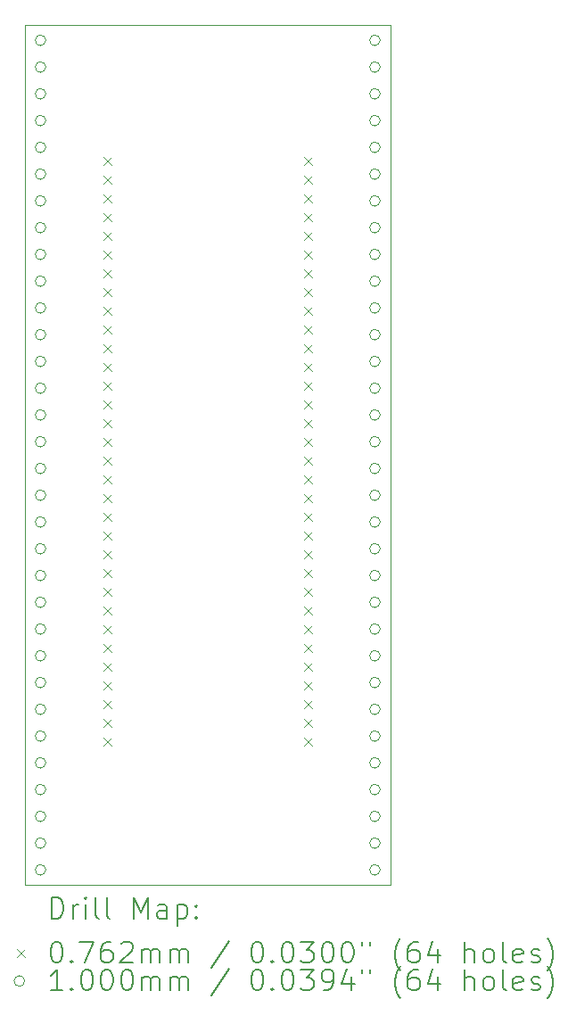
<source format=gbr>
%TF.GenerationSoftware,KiCad,Pcbnew,(6.0.7)*%
%TF.CreationDate,2022-11-29T19:50:35-05:00*%
%TF.ProjectId,DIP 68 1.778mm adaptor,44495020-3638-4203-912e-3737386d6d20,rev?*%
%TF.SameCoordinates,Original*%
%TF.FileFunction,Drillmap*%
%TF.FilePolarity,Positive*%
%FSLAX45Y45*%
G04 Gerber Fmt 4.5, Leading zero omitted, Abs format (unit mm)*
G04 Created by KiCad (PCBNEW (6.0.7)) date 2022-11-29 19:50:35*
%MOMM*%
%LPD*%
G01*
G04 APERTURE LIST*
%ADD10C,0.100000*%
%ADD11C,0.200000*%
%ADD12C,0.076200*%
G04 APERTURE END LIST*
D10*
X11029950Y-4425950D02*
X14497050Y-4425950D01*
X11029950Y-12592050D02*
X11029950Y-4425950D01*
X14497050Y-4425950D02*
X14497050Y-12592050D01*
X14497050Y-12592050D02*
X11029950Y-12592050D01*
D11*
D12*
X11772900Y-5676900D02*
X11849100Y-5753100D01*
X11849100Y-5676900D02*
X11772900Y-5753100D01*
X11772900Y-5854700D02*
X11849100Y-5930900D01*
X11849100Y-5854700D02*
X11772900Y-5930900D01*
X11772900Y-6032500D02*
X11849100Y-6108700D01*
X11849100Y-6032500D02*
X11772900Y-6108700D01*
X11772900Y-6210300D02*
X11849100Y-6286500D01*
X11849100Y-6210300D02*
X11772900Y-6286500D01*
X11772900Y-6388100D02*
X11849100Y-6464300D01*
X11849100Y-6388100D02*
X11772900Y-6464300D01*
X11772900Y-6565900D02*
X11849100Y-6642100D01*
X11849100Y-6565900D02*
X11772900Y-6642100D01*
X11772900Y-6743700D02*
X11849100Y-6819900D01*
X11849100Y-6743700D02*
X11772900Y-6819900D01*
X11772900Y-6921500D02*
X11849100Y-6997700D01*
X11849100Y-6921500D02*
X11772900Y-6997700D01*
X11772900Y-7099300D02*
X11849100Y-7175500D01*
X11849100Y-7099300D02*
X11772900Y-7175500D01*
X11772900Y-7277100D02*
X11849100Y-7353300D01*
X11849100Y-7277100D02*
X11772900Y-7353300D01*
X11772900Y-7454900D02*
X11849100Y-7531100D01*
X11849100Y-7454900D02*
X11772900Y-7531100D01*
X11772900Y-7632700D02*
X11849100Y-7708900D01*
X11849100Y-7632700D02*
X11772900Y-7708900D01*
X11772900Y-7810500D02*
X11849100Y-7886700D01*
X11849100Y-7810500D02*
X11772900Y-7886700D01*
X11772900Y-7988300D02*
X11849100Y-8064500D01*
X11849100Y-7988300D02*
X11772900Y-8064500D01*
X11772900Y-8166100D02*
X11849100Y-8242300D01*
X11849100Y-8166100D02*
X11772900Y-8242300D01*
X11772900Y-8343900D02*
X11849100Y-8420100D01*
X11849100Y-8343900D02*
X11772900Y-8420100D01*
X11772900Y-8521700D02*
X11849100Y-8597900D01*
X11849100Y-8521700D02*
X11772900Y-8597900D01*
X11772900Y-8699500D02*
X11849100Y-8775700D01*
X11849100Y-8699500D02*
X11772900Y-8775700D01*
X11772900Y-8877300D02*
X11849100Y-8953500D01*
X11849100Y-8877300D02*
X11772900Y-8953500D01*
X11772900Y-9055100D02*
X11849100Y-9131300D01*
X11849100Y-9055100D02*
X11772900Y-9131300D01*
X11772900Y-9232900D02*
X11849100Y-9309100D01*
X11849100Y-9232900D02*
X11772900Y-9309100D01*
X11772900Y-9410700D02*
X11849100Y-9486900D01*
X11849100Y-9410700D02*
X11772900Y-9486900D01*
X11772900Y-9588500D02*
X11849100Y-9664700D01*
X11849100Y-9588500D02*
X11772900Y-9664700D01*
X11772900Y-9766300D02*
X11849100Y-9842500D01*
X11849100Y-9766300D02*
X11772900Y-9842500D01*
X11772900Y-9944100D02*
X11849100Y-10020300D01*
X11849100Y-9944100D02*
X11772900Y-10020300D01*
X11772900Y-10121900D02*
X11849100Y-10198100D01*
X11849100Y-10121900D02*
X11772900Y-10198100D01*
X11772900Y-10299700D02*
X11849100Y-10375900D01*
X11849100Y-10299700D02*
X11772900Y-10375900D01*
X11772900Y-10477500D02*
X11849100Y-10553700D01*
X11849100Y-10477500D02*
X11772900Y-10553700D01*
X11772900Y-10655300D02*
X11849100Y-10731500D01*
X11849100Y-10655300D02*
X11772900Y-10731500D01*
X11772900Y-10833100D02*
X11849100Y-10909300D01*
X11849100Y-10833100D02*
X11772900Y-10909300D01*
X11772900Y-11010900D02*
X11849100Y-11087100D01*
X11849100Y-11010900D02*
X11772900Y-11087100D01*
X11772900Y-11188700D02*
X11849100Y-11264900D01*
X11849100Y-11188700D02*
X11772900Y-11264900D01*
X13677900Y-5676900D02*
X13754100Y-5753100D01*
X13754100Y-5676900D02*
X13677900Y-5753100D01*
X13677900Y-5854700D02*
X13754100Y-5930900D01*
X13754100Y-5854700D02*
X13677900Y-5930900D01*
X13677900Y-6032500D02*
X13754100Y-6108700D01*
X13754100Y-6032500D02*
X13677900Y-6108700D01*
X13677900Y-6210300D02*
X13754100Y-6286500D01*
X13754100Y-6210300D02*
X13677900Y-6286500D01*
X13677900Y-6388100D02*
X13754100Y-6464300D01*
X13754100Y-6388100D02*
X13677900Y-6464300D01*
X13677900Y-6565900D02*
X13754100Y-6642100D01*
X13754100Y-6565900D02*
X13677900Y-6642100D01*
X13677900Y-6743700D02*
X13754100Y-6819900D01*
X13754100Y-6743700D02*
X13677900Y-6819900D01*
X13677900Y-6921500D02*
X13754100Y-6997700D01*
X13754100Y-6921500D02*
X13677900Y-6997700D01*
X13677900Y-7099300D02*
X13754100Y-7175500D01*
X13754100Y-7099300D02*
X13677900Y-7175500D01*
X13677900Y-7277100D02*
X13754100Y-7353300D01*
X13754100Y-7277100D02*
X13677900Y-7353300D01*
X13677900Y-7454900D02*
X13754100Y-7531100D01*
X13754100Y-7454900D02*
X13677900Y-7531100D01*
X13677900Y-7632700D02*
X13754100Y-7708900D01*
X13754100Y-7632700D02*
X13677900Y-7708900D01*
X13677900Y-7810500D02*
X13754100Y-7886700D01*
X13754100Y-7810500D02*
X13677900Y-7886700D01*
X13677900Y-7988300D02*
X13754100Y-8064500D01*
X13754100Y-7988300D02*
X13677900Y-8064500D01*
X13677900Y-8166100D02*
X13754100Y-8242300D01*
X13754100Y-8166100D02*
X13677900Y-8242300D01*
X13677900Y-8343900D02*
X13754100Y-8420100D01*
X13754100Y-8343900D02*
X13677900Y-8420100D01*
X13677900Y-8521700D02*
X13754100Y-8597900D01*
X13754100Y-8521700D02*
X13677900Y-8597900D01*
X13677900Y-8699500D02*
X13754100Y-8775700D01*
X13754100Y-8699500D02*
X13677900Y-8775700D01*
X13677900Y-8877300D02*
X13754100Y-8953500D01*
X13754100Y-8877300D02*
X13677900Y-8953500D01*
X13677900Y-9055100D02*
X13754100Y-9131300D01*
X13754100Y-9055100D02*
X13677900Y-9131300D01*
X13677900Y-9232900D02*
X13754100Y-9309100D01*
X13754100Y-9232900D02*
X13677900Y-9309100D01*
X13677900Y-9410700D02*
X13754100Y-9486900D01*
X13754100Y-9410700D02*
X13677900Y-9486900D01*
X13677900Y-9588500D02*
X13754100Y-9664700D01*
X13754100Y-9588500D02*
X13677900Y-9664700D01*
X13677900Y-9766300D02*
X13754100Y-9842500D01*
X13754100Y-9766300D02*
X13677900Y-9842500D01*
X13677900Y-9944100D02*
X13754100Y-10020300D01*
X13754100Y-9944100D02*
X13677900Y-10020300D01*
X13677900Y-10121900D02*
X13754100Y-10198100D01*
X13754100Y-10121900D02*
X13677900Y-10198100D01*
X13677900Y-10299700D02*
X13754100Y-10375900D01*
X13754100Y-10299700D02*
X13677900Y-10375900D01*
X13677900Y-10477500D02*
X13754100Y-10553700D01*
X13754100Y-10477500D02*
X13677900Y-10553700D01*
X13677900Y-10655300D02*
X13754100Y-10731500D01*
X13754100Y-10655300D02*
X13677900Y-10731500D01*
X13677900Y-10833100D02*
X13754100Y-10909300D01*
X13754100Y-10833100D02*
X13677900Y-10909300D01*
X13677900Y-11010900D02*
X13754100Y-11087100D01*
X13754100Y-11010900D02*
X13677900Y-11087100D01*
X13677900Y-11188700D02*
X13754100Y-11264900D01*
X13754100Y-11188700D02*
X13677900Y-11264900D01*
D10*
X11226000Y-4572000D02*
G75*
G03*
X11226000Y-4572000I-50000J0D01*
G01*
X11226000Y-4826000D02*
G75*
G03*
X11226000Y-4826000I-50000J0D01*
G01*
X11226000Y-5080000D02*
G75*
G03*
X11226000Y-5080000I-50000J0D01*
G01*
X11226000Y-5334000D02*
G75*
G03*
X11226000Y-5334000I-50000J0D01*
G01*
X11226000Y-5588000D02*
G75*
G03*
X11226000Y-5588000I-50000J0D01*
G01*
X11226000Y-5842000D02*
G75*
G03*
X11226000Y-5842000I-50000J0D01*
G01*
X11226000Y-6096000D02*
G75*
G03*
X11226000Y-6096000I-50000J0D01*
G01*
X11226000Y-6350000D02*
G75*
G03*
X11226000Y-6350000I-50000J0D01*
G01*
X11226000Y-6604000D02*
G75*
G03*
X11226000Y-6604000I-50000J0D01*
G01*
X11226000Y-6858000D02*
G75*
G03*
X11226000Y-6858000I-50000J0D01*
G01*
X11226000Y-7112000D02*
G75*
G03*
X11226000Y-7112000I-50000J0D01*
G01*
X11226000Y-7366000D02*
G75*
G03*
X11226000Y-7366000I-50000J0D01*
G01*
X11226000Y-7620000D02*
G75*
G03*
X11226000Y-7620000I-50000J0D01*
G01*
X11226000Y-7874000D02*
G75*
G03*
X11226000Y-7874000I-50000J0D01*
G01*
X11226000Y-8128000D02*
G75*
G03*
X11226000Y-8128000I-50000J0D01*
G01*
X11226000Y-8382000D02*
G75*
G03*
X11226000Y-8382000I-50000J0D01*
G01*
X11226000Y-8636000D02*
G75*
G03*
X11226000Y-8636000I-50000J0D01*
G01*
X11226000Y-8890000D02*
G75*
G03*
X11226000Y-8890000I-50000J0D01*
G01*
X11226000Y-9144000D02*
G75*
G03*
X11226000Y-9144000I-50000J0D01*
G01*
X11226000Y-9398000D02*
G75*
G03*
X11226000Y-9398000I-50000J0D01*
G01*
X11226000Y-9652000D02*
G75*
G03*
X11226000Y-9652000I-50000J0D01*
G01*
X11226000Y-9906000D02*
G75*
G03*
X11226000Y-9906000I-50000J0D01*
G01*
X11226000Y-10160000D02*
G75*
G03*
X11226000Y-10160000I-50000J0D01*
G01*
X11226000Y-10414000D02*
G75*
G03*
X11226000Y-10414000I-50000J0D01*
G01*
X11226000Y-10668000D02*
G75*
G03*
X11226000Y-10668000I-50000J0D01*
G01*
X11226000Y-10922000D02*
G75*
G03*
X11226000Y-10922000I-50000J0D01*
G01*
X11226000Y-11176000D02*
G75*
G03*
X11226000Y-11176000I-50000J0D01*
G01*
X11226000Y-11430000D02*
G75*
G03*
X11226000Y-11430000I-50000J0D01*
G01*
X11226000Y-11684000D02*
G75*
G03*
X11226000Y-11684000I-50000J0D01*
G01*
X11226000Y-11938000D02*
G75*
G03*
X11226000Y-11938000I-50000J0D01*
G01*
X11226000Y-12192000D02*
G75*
G03*
X11226000Y-12192000I-50000J0D01*
G01*
X11226000Y-12446000D02*
G75*
G03*
X11226000Y-12446000I-50000J0D01*
G01*
X14401000Y-4572000D02*
G75*
G03*
X14401000Y-4572000I-50000J0D01*
G01*
X14401000Y-4826000D02*
G75*
G03*
X14401000Y-4826000I-50000J0D01*
G01*
X14401000Y-5080000D02*
G75*
G03*
X14401000Y-5080000I-50000J0D01*
G01*
X14401000Y-5334000D02*
G75*
G03*
X14401000Y-5334000I-50000J0D01*
G01*
X14401000Y-5588000D02*
G75*
G03*
X14401000Y-5588000I-50000J0D01*
G01*
X14401000Y-5842000D02*
G75*
G03*
X14401000Y-5842000I-50000J0D01*
G01*
X14401000Y-6096000D02*
G75*
G03*
X14401000Y-6096000I-50000J0D01*
G01*
X14401000Y-6350000D02*
G75*
G03*
X14401000Y-6350000I-50000J0D01*
G01*
X14401000Y-6604000D02*
G75*
G03*
X14401000Y-6604000I-50000J0D01*
G01*
X14401000Y-6858000D02*
G75*
G03*
X14401000Y-6858000I-50000J0D01*
G01*
X14401000Y-7112000D02*
G75*
G03*
X14401000Y-7112000I-50000J0D01*
G01*
X14401000Y-7366000D02*
G75*
G03*
X14401000Y-7366000I-50000J0D01*
G01*
X14401000Y-7620000D02*
G75*
G03*
X14401000Y-7620000I-50000J0D01*
G01*
X14401000Y-7874000D02*
G75*
G03*
X14401000Y-7874000I-50000J0D01*
G01*
X14401000Y-8128000D02*
G75*
G03*
X14401000Y-8128000I-50000J0D01*
G01*
X14401000Y-8382000D02*
G75*
G03*
X14401000Y-8382000I-50000J0D01*
G01*
X14401000Y-8636000D02*
G75*
G03*
X14401000Y-8636000I-50000J0D01*
G01*
X14401000Y-8890000D02*
G75*
G03*
X14401000Y-8890000I-50000J0D01*
G01*
X14401000Y-9144000D02*
G75*
G03*
X14401000Y-9144000I-50000J0D01*
G01*
X14401000Y-9398000D02*
G75*
G03*
X14401000Y-9398000I-50000J0D01*
G01*
X14401000Y-9652000D02*
G75*
G03*
X14401000Y-9652000I-50000J0D01*
G01*
X14401000Y-9906000D02*
G75*
G03*
X14401000Y-9906000I-50000J0D01*
G01*
X14401000Y-10160000D02*
G75*
G03*
X14401000Y-10160000I-50000J0D01*
G01*
X14401000Y-10414000D02*
G75*
G03*
X14401000Y-10414000I-50000J0D01*
G01*
X14401000Y-10668000D02*
G75*
G03*
X14401000Y-10668000I-50000J0D01*
G01*
X14401000Y-10922000D02*
G75*
G03*
X14401000Y-10922000I-50000J0D01*
G01*
X14401000Y-11176000D02*
G75*
G03*
X14401000Y-11176000I-50000J0D01*
G01*
X14401000Y-11430000D02*
G75*
G03*
X14401000Y-11430000I-50000J0D01*
G01*
X14401000Y-11684000D02*
G75*
G03*
X14401000Y-11684000I-50000J0D01*
G01*
X14401000Y-11938000D02*
G75*
G03*
X14401000Y-11938000I-50000J0D01*
G01*
X14401000Y-12192000D02*
G75*
G03*
X14401000Y-12192000I-50000J0D01*
G01*
X14401000Y-12446000D02*
G75*
G03*
X14401000Y-12446000I-50000J0D01*
G01*
D11*
X11282569Y-12907526D02*
X11282569Y-12707526D01*
X11330188Y-12707526D01*
X11358759Y-12717050D01*
X11377807Y-12736098D01*
X11387331Y-12755145D01*
X11396855Y-12793240D01*
X11396855Y-12821812D01*
X11387331Y-12859907D01*
X11377807Y-12878955D01*
X11358759Y-12898002D01*
X11330188Y-12907526D01*
X11282569Y-12907526D01*
X11482569Y-12907526D02*
X11482569Y-12774193D01*
X11482569Y-12812288D02*
X11492093Y-12793240D01*
X11501617Y-12783717D01*
X11520664Y-12774193D01*
X11539712Y-12774193D01*
X11606378Y-12907526D02*
X11606378Y-12774193D01*
X11606378Y-12707526D02*
X11596855Y-12717050D01*
X11606378Y-12726574D01*
X11615902Y-12717050D01*
X11606378Y-12707526D01*
X11606378Y-12726574D01*
X11730188Y-12907526D02*
X11711140Y-12898002D01*
X11701617Y-12878955D01*
X11701617Y-12707526D01*
X11834950Y-12907526D02*
X11815902Y-12898002D01*
X11806378Y-12878955D01*
X11806378Y-12707526D01*
X12063521Y-12907526D02*
X12063521Y-12707526D01*
X12130188Y-12850383D01*
X12196855Y-12707526D01*
X12196855Y-12907526D01*
X12377807Y-12907526D02*
X12377807Y-12802764D01*
X12368283Y-12783717D01*
X12349236Y-12774193D01*
X12311140Y-12774193D01*
X12292093Y-12783717D01*
X12377807Y-12898002D02*
X12358759Y-12907526D01*
X12311140Y-12907526D01*
X12292093Y-12898002D01*
X12282569Y-12878955D01*
X12282569Y-12859907D01*
X12292093Y-12840859D01*
X12311140Y-12831336D01*
X12358759Y-12831336D01*
X12377807Y-12821812D01*
X12473045Y-12774193D02*
X12473045Y-12974193D01*
X12473045Y-12783717D02*
X12492093Y-12774193D01*
X12530188Y-12774193D01*
X12549236Y-12783717D01*
X12558759Y-12793240D01*
X12568283Y-12812288D01*
X12568283Y-12869431D01*
X12558759Y-12888478D01*
X12549236Y-12898002D01*
X12530188Y-12907526D01*
X12492093Y-12907526D01*
X12473045Y-12898002D01*
X12653998Y-12888478D02*
X12663521Y-12898002D01*
X12653998Y-12907526D01*
X12644474Y-12898002D01*
X12653998Y-12888478D01*
X12653998Y-12907526D01*
X12653998Y-12783717D02*
X12663521Y-12793240D01*
X12653998Y-12802764D01*
X12644474Y-12793240D01*
X12653998Y-12783717D01*
X12653998Y-12802764D01*
D12*
X10948750Y-13198950D02*
X11024950Y-13275150D01*
X11024950Y-13198950D02*
X10948750Y-13275150D01*
D11*
X11320664Y-13127526D02*
X11339712Y-13127526D01*
X11358759Y-13137050D01*
X11368283Y-13146574D01*
X11377807Y-13165621D01*
X11387331Y-13203717D01*
X11387331Y-13251336D01*
X11377807Y-13289431D01*
X11368283Y-13308478D01*
X11358759Y-13318002D01*
X11339712Y-13327526D01*
X11320664Y-13327526D01*
X11301617Y-13318002D01*
X11292093Y-13308478D01*
X11282569Y-13289431D01*
X11273045Y-13251336D01*
X11273045Y-13203717D01*
X11282569Y-13165621D01*
X11292093Y-13146574D01*
X11301617Y-13137050D01*
X11320664Y-13127526D01*
X11473045Y-13308478D02*
X11482569Y-13318002D01*
X11473045Y-13327526D01*
X11463521Y-13318002D01*
X11473045Y-13308478D01*
X11473045Y-13327526D01*
X11549236Y-13127526D02*
X11682569Y-13127526D01*
X11596855Y-13327526D01*
X11844474Y-13127526D02*
X11806378Y-13127526D01*
X11787331Y-13137050D01*
X11777807Y-13146574D01*
X11758759Y-13175145D01*
X11749236Y-13213240D01*
X11749236Y-13289431D01*
X11758759Y-13308478D01*
X11768283Y-13318002D01*
X11787331Y-13327526D01*
X11825426Y-13327526D01*
X11844474Y-13318002D01*
X11853998Y-13308478D01*
X11863521Y-13289431D01*
X11863521Y-13241812D01*
X11853998Y-13222764D01*
X11844474Y-13213240D01*
X11825426Y-13203717D01*
X11787331Y-13203717D01*
X11768283Y-13213240D01*
X11758759Y-13222764D01*
X11749236Y-13241812D01*
X11939712Y-13146574D02*
X11949236Y-13137050D01*
X11968283Y-13127526D01*
X12015902Y-13127526D01*
X12034950Y-13137050D01*
X12044474Y-13146574D01*
X12053998Y-13165621D01*
X12053998Y-13184669D01*
X12044474Y-13213240D01*
X11930188Y-13327526D01*
X12053998Y-13327526D01*
X12139712Y-13327526D02*
X12139712Y-13194193D01*
X12139712Y-13213240D02*
X12149236Y-13203717D01*
X12168283Y-13194193D01*
X12196855Y-13194193D01*
X12215902Y-13203717D01*
X12225426Y-13222764D01*
X12225426Y-13327526D01*
X12225426Y-13222764D02*
X12234950Y-13203717D01*
X12253998Y-13194193D01*
X12282569Y-13194193D01*
X12301617Y-13203717D01*
X12311140Y-13222764D01*
X12311140Y-13327526D01*
X12406378Y-13327526D02*
X12406378Y-13194193D01*
X12406378Y-13213240D02*
X12415902Y-13203717D01*
X12434950Y-13194193D01*
X12463521Y-13194193D01*
X12482569Y-13203717D01*
X12492093Y-13222764D01*
X12492093Y-13327526D01*
X12492093Y-13222764D02*
X12501617Y-13203717D01*
X12520664Y-13194193D01*
X12549236Y-13194193D01*
X12568283Y-13203717D01*
X12577807Y-13222764D01*
X12577807Y-13327526D01*
X12968283Y-13118002D02*
X12796855Y-13375145D01*
X13225426Y-13127526D02*
X13244474Y-13127526D01*
X13263521Y-13137050D01*
X13273045Y-13146574D01*
X13282569Y-13165621D01*
X13292093Y-13203717D01*
X13292093Y-13251336D01*
X13282569Y-13289431D01*
X13273045Y-13308478D01*
X13263521Y-13318002D01*
X13244474Y-13327526D01*
X13225426Y-13327526D01*
X13206378Y-13318002D01*
X13196855Y-13308478D01*
X13187331Y-13289431D01*
X13177807Y-13251336D01*
X13177807Y-13203717D01*
X13187331Y-13165621D01*
X13196855Y-13146574D01*
X13206378Y-13137050D01*
X13225426Y-13127526D01*
X13377807Y-13308478D02*
X13387331Y-13318002D01*
X13377807Y-13327526D01*
X13368283Y-13318002D01*
X13377807Y-13308478D01*
X13377807Y-13327526D01*
X13511140Y-13127526D02*
X13530188Y-13127526D01*
X13549236Y-13137050D01*
X13558759Y-13146574D01*
X13568283Y-13165621D01*
X13577807Y-13203717D01*
X13577807Y-13251336D01*
X13568283Y-13289431D01*
X13558759Y-13308478D01*
X13549236Y-13318002D01*
X13530188Y-13327526D01*
X13511140Y-13327526D01*
X13492093Y-13318002D01*
X13482569Y-13308478D01*
X13473045Y-13289431D01*
X13463521Y-13251336D01*
X13463521Y-13203717D01*
X13473045Y-13165621D01*
X13482569Y-13146574D01*
X13492093Y-13137050D01*
X13511140Y-13127526D01*
X13644474Y-13127526D02*
X13768283Y-13127526D01*
X13701617Y-13203717D01*
X13730188Y-13203717D01*
X13749236Y-13213240D01*
X13758759Y-13222764D01*
X13768283Y-13241812D01*
X13768283Y-13289431D01*
X13758759Y-13308478D01*
X13749236Y-13318002D01*
X13730188Y-13327526D01*
X13673045Y-13327526D01*
X13653998Y-13318002D01*
X13644474Y-13308478D01*
X13892093Y-13127526D02*
X13911140Y-13127526D01*
X13930188Y-13137050D01*
X13939712Y-13146574D01*
X13949236Y-13165621D01*
X13958759Y-13203717D01*
X13958759Y-13251336D01*
X13949236Y-13289431D01*
X13939712Y-13308478D01*
X13930188Y-13318002D01*
X13911140Y-13327526D01*
X13892093Y-13327526D01*
X13873045Y-13318002D01*
X13863521Y-13308478D01*
X13853998Y-13289431D01*
X13844474Y-13251336D01*
X13844474Y-13203717D01*
X13853998Y-13165621D01*
X13863521Y-13146574D01*
X13873045Y-13137050D01*
X13892093Y-13127526D01*
X14082569Y-13127526D02*
X14101617Y-13127526D01*
X14120664Y-13137050D01*
X14130188Y-13146574D01*
X14139712Y-13165621D01*
X14149236Y-13203717D01*
X14149236Y-13251336D01*
X14139712Y-13289431D01*
X14130188Y-13308478D01*
X14120664Y-13318002D01*
X14101617Y-13327526D01*
X14082569Y-13327526D01*
X14063521Y-13318002D01*
X14053998Y-13308478D01*
X14044474Y-13289431D01*
X14034950Y-13251336D01*
X14034950Y-13203717D01*
X14044474Y-13165621D01*
X14053998Y-13146574D01*
X14063521Y-13137050D01*
X14082569Y-13127526D01*
X14225426Y-13127526D02*
X14225426Y-13165621D01*
X14301617Y-13127526D02*
X14301617Y-13165621D01*
X14596855Y-13403717D02*
X14587331Y-13394193D01*
X14568283Y-13365621D01*
X14558759Y-13346574D01*
X14549236Y-13318002D01*
X14539712Y-13270383D01*
X14539712Y-13232288D01*
X14549236Y-13184669D01*
X14558759Y-13156098D01*
X14568283Y-13137050D01*
X14587331Y-13108478D01*
X14596855Y-13098955D01*
X14758759Y-13127526D02*
X14720664Y-13127526D01*
X14701617Y-13137050D01*
X14692093Y-13146574D01*
X14673045Y-13175145D01*
X14663521Y-13213240D01*
X14663521Y-13289431D01*
X14673045Y-13308478D01*
X14682569Y-13318002D01*
X14701617Y-13327526D01*
X14739712Y-13327526D01*
X14758759Y-13318002D01*
X14768283Y-13308478D01*
X14777807Y-13289431D01*
X14777807Y-13241812D01*
X14768283Y-13222764D01*
X14758759Y-13213240D01*
X14739712Y-13203717D01*
X14701617Y-13203717D01*
X14682569Y-13213240D01*
X14673045Y-13222764D01*
X14663521Y-13241812D01*
X14949236Y-13194193D02*
X14949236Y-13327526D01*
X14901617Y-13118002D02*
X14853998Y-13260859D01*
X14977807Y-13260859D01*
X15206378Y-13327526D02*
X15206378Y-13127526D01*
X15292093Y-13327526D02*
X15292093Y-13222764D01*
X15282569Y-13203717D01*
X15263521Y-13194193D01*
X15234950Y-13194193D01*
X15215902Y-13203717D01*
X15206378Y-13213240D01*
X15415902Y-13327526D02*
X15396855Y-13318002D01*
X15387331Y-13308478D01*
X15377807Y-13289431D01*
X15377807Y-13232288D01*
X15387331Y-13213240D01*
X15396855Y-13203717D01*
X15415902Y-13194193D01*
X15444474Y-13194193D01*
X15463521Y-13203717D01*
X15473045Y-13213240D01*
X15482569Y-13232288D01*
X15482569Y-13289431D01*
X15473045Y-13308478D01*
X15463521Y-13318002D01*
X15444474Y-13327526D01*
X15415902Y-13327526D01*
X15596855Y-13327526D02*
X15577807Y-13318002D01*
X15568283Y-13298955D01*
X15568283Y-13127526D01*
X15749236Y-13318002D02*
X15730188Y-13327526D01*
X15692093Y-13327526D01*
X15673045Y-13318002D01*
X15663521Y-13298955D01*
X15663521Y-13222764D01*
X15673045Y-13203717D01*
X15692093Y-13194193D01*
X15730188Y-13194193D01*
X15749236Y-13203717D01*
X15758759Y-13222764D01*
X15758759Y-13241812D01*
X15663521Y-13260859D01*
X15834950Y-13318002D02*
X15853998Y-13327526D01*
X15892093Y-13327526D01*
X15911140Y-13318002D01*
X15920664Y-13298955D01*
X15920664Y-13289431D01*
X15911140Y-13270383D01*
X15892093Y-13260859D01*
X15863521Y-13260859D01*
X15844474Y-13251336D01*
X15834950Y-13232288D01*
X15834950Y-13222764D01*
X15844474Y-13203717D01*
X15863521Y-13194193D01*
X15892093Y-13194193D01*
X15911140Y-13203717D01*
X15987331Y-13403717D02*
X15996855Y-13394193D01*
X16015902Y-13365621D01*
X16025426Y-13346574D01*
X16034950Y-13318002D01*
X16044474Y-13270383D01*
X16044474Y-13232288D01*
X16034950Y-13184669D01*
X16025426Y-13156098D01*
X16015902Y-13137050D01*
X15996855Y-13108478D01*
X15987331Y-13098955D01*
D10*
X11024950Y-13501050D02*
G75*
G03*
X11024950Y-13501050I-50000J0D01*
G01*
D11*
X11387331Y-13591526D02*
X11273045Y-13591526D01*
X11330188Y-13591526D02*
X11330188Y-13391526D01*
X11311140Y-13420098D01*
X11292093Y-13439145D01*
X11273045Y-13448669D01*
X11473045Y-13572478D02*
X11482569Y-13582002D01*
X11473045Y-13591526D01*
X11463521Y-13582002D01*
X11473045Y-13572478D01*
X11473045Y-13591526D01*
X11606378Y-13391526D02*
X11625426Y-13391526D01*
X11644474Y-13401050D01*
X11653998Y-13410574D01*
X11663521Y-13429621D01*
X11673045Y-13467717D01*
X11673045Y-13515336D01*
X11663521Y-13553431D01*
X11653998Y-13572478D01*
X11644474Y-13582002D01*
X11625426Y-13591526D01*
X11606378Y-13591526D01*
X11587331Y-13582002D01*
X11577807Y-13572478D01*
X11568283Y-13553431D01*
X11558759Y-13515336D01*
X11558759Y-13467717D01*
X11568283Y-13429621D01*
X11577807Y-13410574D01*
X11587331Y-13401050D01*
X11606378Y-13391526D01*
X11796855Y-13391526D02*
X11815902Y-13391526D01*
X11834950Y-13401050D01*
X11844474Y-13410574D01*
X11853998Y-13429621D01*
X11863521Y-13467717D01*
X11863521Y-13515336D01*
X11853998Y-13553431D01*
X11844474Y-13572478D01*
X11834950Y-13582002D01*
X11815902Y-13591526D01*
X11796855Y-13591526D01*
X11777807Y-13582002D01*
X11768283Y-13572478D01*
X11758759Y-13553431D01*
X11749236Y-13515336D01*
X11749236Y-13467717D01*
X11758759Y-13429621D01*
X11768283Y-13410574D01*
X11777807Y-13401050D01*
X11796855Y-13391526D01*
X11987331Y-13391526D02*
X12006378Y-13391526D01*
X12025426Y-13401050D01*
X12034950Y-13410574D01*
X12044474Y-13429621D01*
X12053998Y-13467717D01*
X12053998Y-13515336D01*
X12044474Y-13553431D01*
X12034950Y-13572478D01*
X12025426Y-13582002D01*
X12006378Y-13591526D01*
X11987331Y-13591526D01*
X11968283Y-13582002D01*
X11958759Y-13572478D01*
X11949236Y-13553431D01*
X11939712Y-13515336D01*
X11939712Y-13467717D01*
X11949236Y-13429621D01*
X11958759Y-13410574D01*
X11968283Y-13401050D01*
X11987331Y-13391526D01*
X12139712Y-13591526D02*
X12139712Y-13458193D01*
X12139712Y-13477240D02*
X12149236Y-13467717D01*
X12168283Y-13458193D01*
X12196855Y-13458193D01*
X12215902Y-13467717D01*
X12225426Y-13486764D01*
X12225426Y-13591526D01*
X12225426Y-13486764D02*
X12234950Y-13467717D01*
X12253998Y-13458193D01*
X12282569Y-13458193D01*
X12301617Y-13467717D01*
X12311140Y-13486764D01*
X12311140Y-13591526D01*
X12406378Y-13591526D02*
X12406378Y-13458193D01*
X12406378Y-13477240D02*
X12415902Y-13467717D01*
X12434950Y-13458193D01*
X12463521Y-13458193D01*
X12482569Y-13467717D01*
X12492093Y-13486764D01*
X12492093Y-13591526D01*
X12492093Y-13486764D02*
X12501617Y-13467717D01*
X12520664Y-13458193D01*
X12549236Y-13458193D01*
X12568283Y-13467717D01*
X12577807Y-13486764D01*
X12577807Y-13591526D01*
X12968283Y-13382002D02*
X12796855Y-13639145D01*
X13225426Y-13391526D02*
X13244474Y-13391526D01*
X13263521Y-13401050D01*
X13273045Y-13410574D01*
X13282569Y-13429621D01*
X13292093Y-13467717D01*
X13292093Y-13515336D01*
X13282569Y-13553431D01*
X13273045Y-13572478D01*
X13263521Y-13582002D01*
X13244474Y-13591526D01*
X13225426Y-13591526D01*
X13206378Y-13582002D01*
X13196855Y-13572478D01*
X13187331Y-13553431D01*
X13177807Y-13515336D01*
X13177807Y-13467717D01*
X13187331Y-13429621D01*
X13196855Y-13410574D01*
X13206378Y-13401050D01*
X13225426Y-13391526D01*
X13377807Y-13572478D02*
X13387331Y-13582002D01*
X13377807Y-13591526D01*
X13368283Y-13582002D01*
X13377807Y-13572478D01*
X13377807Y-13591526D01*
X13511140Y-13391526D02*
X13530188Y-13391526D01*
X13549236Y-13401050D01*
X13558759Y-13410574D01*
X13568283Y-13429621D01*
X13577807Y-13467717D01*
X13577807Y-13515336D01*
X13568283Y-13553431D01*
X13558759Y-13572478D01*
X13549236Y-13582002D01*
X13530188Y-13591526D01*
X13511140Y-13591526D01*
X13492093Y-13582002D01*
X13482569Y-13572478D01*
X13473045Y-13553431D01*
X13463521Y-13515336D01*
X13463521Y-13467717D01*
X13473045Y-13429621D01*
X13482569Y-13410574D01*
X13492093Y-13401050D01*
X13511140Y-13391526D01*
X13644474Y-13391526D02*
X13768283Y-13391526D01*
X13701617Y-13467717D01*
X13730188Y-13467717D01*
X13749236Y-13477240D01*
X13758759Y-13486764D01*
X13768283Y-13505812D01*
X13768283Y-13553431D01*
X13758759Y-13572478D01*
X13749236Y-13582002D01*
X13730188Y-13591526D01*
X13673045Y-13591526D01*
X13653998Y-13582002D01*
X13644474Y-13572478D01*
X13863521Y-13591526D02*
X13901617Y-13591526D01*
X13920664Y-13582002D01*
X13930188Y-13572478D01*
X13949236Y-13543907D01*
X13958759Y-13505812D01*
X13958759Y-13429621D01*
X13949236Y-13410574D01*
X13939712Y-13401050D01*
X13920664Y-13391526D01*
X13882569Y-13391526D01*
X13863521Y-13401050D01*
X13853998Y-13410574D01*
X13844474Y-13429621D01*
X13844474Y-13477240D01*
X13853998Y-13496288D01*
X13863521Y-13505812D01*
X13882569Y-13515336D01*
X13920664Y-13515336D01*
X13939712Y-13505812D01*
X13949236Y-13496288D01*
X13958759Y-13477240D01*
X14130188Y-13458193D02*
X14130188Y-13591526D01*
X14082569Y-13382002D02*
X14034950Y-13524859D01*
X14158759Y-13524859D01*
X14225426Y-13391526D02*
X14225426Y-13429621D01*
X14301617Y-13391526D02*
X14301617Y-13429621D01*
X14596855Y-13667717D02*
X14587331Y-13658193D01*
X14568283Y-13629621D01*
X14558759Y-13610574D01*
X14549236Y-13582002D01*
X14539712Y-13534383D01*
X14539712Y-13496288D01*
X14549236Y-13448669D01*
X14558759Y-13420098D01*
X14568283Y-13401050D01*
X14587331Y-13372478D01*
X14596855Y-13362955D01*
X14758759Y-13391526D02*
X14720664Y-13391526D01*
X14701617Y-13401050D01*
X14692093Y-13410574D01*
X14673045Y-13439145D01*
X14663521Y-13477240D01*
X14663521Y-13553431D01*
X14673045Y-13572478D01*
X14682569Y-13582002D01*
X14701617Y-13591526D01*
X14739712Y-13591526D01*
X14758759Y-13582002D01*
X14768283Y-13572478D01*
X14777807Y-13553431D01*
X14777807Y-13505812D01*
X14768283Y-13486764D01*
X14758759Y-13477240D01*
X14739712Y-13467717D01*
X14701617Y-13467717D01*
X14682569Y-13477240D01*
X14673045Y-13486764D01*
X14663521Y-13505812D01*
X14949236Y-13458193D02*
X14949236Y-13591526D01*
X14901617Y-13382002D02*
X14853998Y-13524859D01*
X14977807Y-13524859D01*
X15206378Y-13591526D02*
X15206378Y-13391526D01*
X15292093Y-13591526D02*
X15292093Y-13486764D01*
X15282569Y-13467717D01*
X15263521Y-13458193D01*
X15234950Y-13458193D01*
X15215902Y-13467717D01*
X15206378Y-13477240D01*
X15415902Y-13591526D02*
X15396855Y-13582002D01*
X15387331Y-13572478D01*
X15377807Y-13553431D01*
X15377807Y-13496288D01*
X15387331Y-13477240D01*
X15396855Y-13467717D01*
X15415902Y-13458193D01*
X15444474Y-13458193D01*
X15463521Y-13467717D01*
X15473045Y-13477240D01*
X15482569Y-13496288D01*
X15482569Y-13553431D01*
X15473045Y-13572478D01*
X15463521Y-13582002D01*
X15444474Y-13591526D01*
X15415902Y-13591526D01*
X15596855Y-13591526D02*
X15577807Y-13582002D01*
X15568283Y-13562955D01*
X15568283Y-13391526D01*
X15749236Y-13582002D02*
X15730188Y-13591526D01*
X15692093Y-13591526D01*
X15673045Y-13582002D01*
X15663521Y-13562955D01*
X15663521Y-13486764D01*
X15673045Y-13467717D01*
X15692093Y-13458193D01*
X15730188Y-13458193D01*
X15749236Y-13467717D01*
X15758759Y-13486764D01*
X15758759Y-13505812D01*
X15663521Y-13524859D01*
X15834950Y-13582002D02*
X15853998Y-13591526D01*
X15892093Y-13591526D01*
X15911140Y-13582002D01*
X15920664Y-13562955D01*
X15920664Y-13553431D01*
X15911140Y-13534383D01*
X15892093Y-13524859D01*
X15863521Y-13524859D01*
X15844474Y-13515336D01*
X15834950Y-13496288D01*
X15834950Y-13486764D01*
X15844474Y-13467717D01*
X15863521Y-13458193D01*
X15892093Y-13458193D01*
X15911140Y-13467717D01*
X15987331Y-13667717D02*
X15996855Y-13658193D01*
X16015902Y-13629621D01*
X16025426Y-13610574D01*
X16034950Y-13582002D01*
X16044474Y-13534383D01*
X16044474Y-13496288D01*
X16034950Y-13448669D01*
X16025426Y-13420098D01*
X16015902Y-13401050D01*
X15996855Y-13372478D01*
X15987331Y-13362955D01*
M02*

</source>
